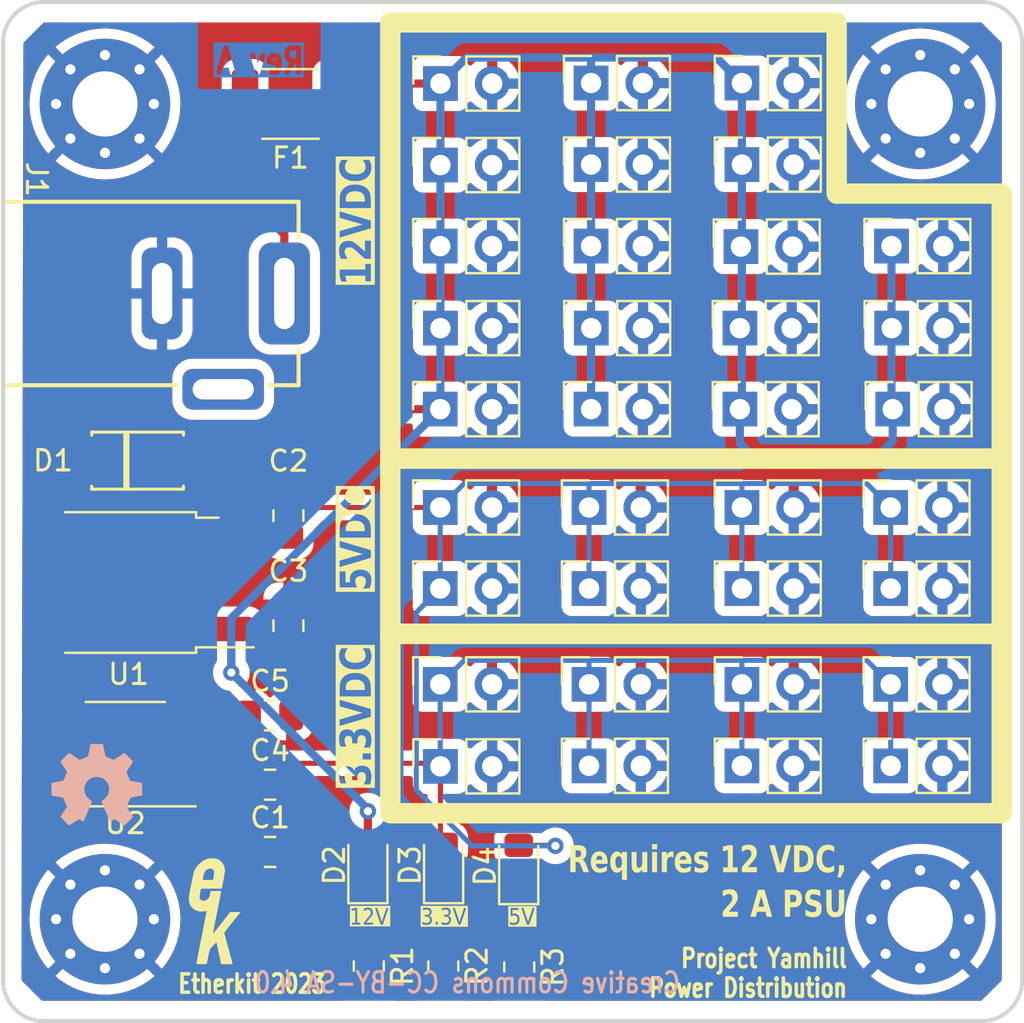
<source format=kicad_pcb>
(kicad_pcb (version 20221018) (generator pcbnew)
  (title_block (title "Project Yamhill") (rev "A") (company "Etherkit"))
  (layers (0 "F.Cu" signal) (31 "B.Cu" signal) (34 "B.Paste" user) (35 "F.Paste" user) (36 "B.SilkS" user "B.Silkscreen") (37 "F.SilkS" user "F.Silkscreen") (38 "B.Mask" user) (39 "F.Mask" user) (44 "Edge.Cuts" user))
  (net 0 "")
  (net 1 "Net-(D1-K)")
  (net 2 "GND")
  (net 3 "Net-(U2-BP)")
  (net 4 "Net-(F1-Pad2)")
  (net 6 "Net-(D4-A)")
  (net 7 "Net-(D3-A)")
  (net 8 "Net-(D2-K)")
  (net 9 "Net-(D3-K)")
  (net 10 "Net-(D4-K)")
  (footprint "MountingHole:MountingHole_3.2mm_M3_Pad_Via" (layer "F.Cu") (at 105 95)
    (fp_text reference "H3" hide)
    (fp_text value "MountingHole_Pad" hide)
    (pad "1" thru_hole circle (at -2.4 0) (size 0.8 0.8) (drill 0.5) (layers "*.Cu" "*.Mask") (net 2 "GND"))
    (pad "1" thru_hole circle (at -1.697056 -1.697056) (size 0.8 0.8) (drill 0.5) (layers "*.Cu" "*.Mask") (net 2 "GND"))
    (pad "1" thru_hole circle (at -1.697056 1.697056) (size 0.8 0.8) (drill 0.5) (layers "*.Cu" "*.Mask") (net 2 "GND"))
    (pad "1" thru_hole circle (at 0 -2.4) (size 0.8 0.8) (drill 0.5) (layers "*.Cu" "*.Mask") (net 2 "GND"))
    (pad "1" thru_hole circle (at 0 0) (size 6.4 6.4) (drill 3.2) (layers "*.Cu" "*.Mask") (net 2 "GND"))
    (pad "1" thru_hole circle (at 0 2.4) (size 0.8 0.8) (drill 0.5) (layers "*.Cu" "*.Mask") (net 2 "GND"))
    (pad "1" thru_hole circle (at 1.697056 -1.697056) (size 0.8 0.8) (drill 0.5) (layers "*.Cu" "*.Mask") (net 2 "GND"))
    (pad "1" thru_hole circle (at 1.697056 1.697056) (size 0.8 0.8) (drill 0.5) (layers "*.Cu" "*.Mask") (net 2 "GND"))
    (pad "1" thru_hole circle (at 2.4 0) (size 0.8 0.8) (drill 0.5) (layers "*.Cu" "*.Mask") (net 2 "GND"))
  )
  (footprint "Connector_PinSocket_2.54mm:PinSocket_1x02_P2.54mm_Vertical" (layer "F.Cu") (at 128.86 66 90)
    (fp_text reference "J33" hide)
    (fp_text value "12VDC")
    (pad "1" thru_hole rect (at 0 0 90) (size 1.7 1.7) (drill 1) (layers "*.Cu" "*.Mask") (net 1 "Net-(D1-K)"))
    (pad "2" thru_hole oval (at 0 2.54 90) (size 1.7 1.7) (drill 1) (layers "*.Cu" "*.Mask") (net 2 "GND"))
  )
  (footprint "LED_SMD:LED_0805_2012Metric_Pad1.15x1.40mm_HandSolder" (layer "F.Cu") (at 121.615 92.355 90)
    (fp_text reference "D3" (at 0 -1.65 90) (layer "F.SilkS"))
    (fp_text value "LED")
    (pad "1" smd roundrect (at -1.025 0 90) (size 1.15 1.4) (layers "F.Cu" "F.Paste" "F.Mask") (roundrect_rratio 0.217391) (net 9 "Net-(D3-K)"))
    (pad "2" smd roundrect (at 1.025 0 90) (size 1.15 1.4) (layers "F.Cu" "F.Paste" "F.Mask") (roundrect_rratio 0.217391) (net 7 "Net-(D3-A)"))
  )
  (footprint "Connector_PinSocket_2.54mm:PinSocket_1x02_P2.54mm_Vertical" (layer "F.Cu") (at 136.25 53.975 90)
    (fp_text reference "J14" hide)
    (fp_text value "12VDC")
    (pad "1" thru_hole rect (at 0 0 90) (size 1.7 1.7) (drill 1) (layers "*.Cu" "*.Mask") (net 1 "Net-(D1-K)"))
    (pad "2" thru_hole oval (at 0 2.54 90) (size 1.7 1.7) (drill 1) (layers "*.Cu" "*.Mask") (net 2 "GND"))
  )
  (footprint "Connector_PinSocket_2.54mm:PinSocket_1x02_P2.54mm_Vertical" (layer "F.Cu") (at 143.55 74.8 90)
    (fp_text reference "J5" hide)
    (fp_text value "5VDC")
    (pad "1" thru_hole rect (at 0 0 90) (size 1.7 1.7) (drill 1) (layers "*.Cu" "*.Mask") (net 6 "Net-(D4-A)"))
    (pad "2" thru_hole oval (at 0 2.54 90) (size 1.7 1.7) (drill 1) (layers "*.Cu" "*.Mask") (net 2 "GND"))
  )
  (footprint "Connector_PinSocket_2.54mm:PinSocket_1x02_P2.54mm_Vertical" (layer "F.Cu") (at 143.55 78.775 90)
    (fp_text reference "J9" hide)
    (fp_text value "5VDC")
    (pad "1" thru_hole rect (at 0 0 90) (size 1.7 1.7) (drill 1) (layers "*.Cu" "*.Mask") (net 6 "Net-(D4-A)"))
    (pad "2" thru_hole oval (at 0 2.54 90) (size 1.7 1.7) (drill 1) (layers "*.Cu" "*.Mask") (net 2 "GND"))
  )
  (footprint "Connector_PinSocket_2.54mm:PinSocket_1x02_P2.54mm_Vertical" (layer "F.Cu") (at 128.85 53.975 90)
    (fp_text reference "J13" hide)
    (fp_text value "12VDC")
    (pad "1" thru_hole rect (at 0 0 90) (size 1.7 1.7) (drill 1) (layers "*.Cu" "*.Mask") (net 1 "Net-(D1-K)"))
    (pad "2" thru_hole oval (at 0 2.54 90) (size 1.7 1.7) (drill 1) (layers "*.Cu" "*.Mask") (net 2 "GND"))
  )
  (footprint "Connector_PinSocket_2.54mm:PinSocket_1x02_P2.54mm_Vertical" (layer "F.Cu") (at 121.45 74.8 90)
    (fp_text reference "J2" hide)
    (fp_text value "5VDC")
    (pad "1" thru_hole rect (at 0 0 90) (size 1.7 1.7) (drill 1) (layers "*.Cu" "*.Mask") (net 6 "Net-(D4-A)"))
    (pad "2" thru_hole oval (at 0 2.54 90) (size 1.7 1.7) (drill 1) (layers "*.Cu" "*.Mask") (net 2 "GND"))
  )
  (footprint "MountingHole:MountingHole_3.2mm_M3_Pad_Via" (layer "F.Cu") (at 145 55)
    (fp_text reference "H2" hide)
    (fp_text value "MountingHole_Pad" hide)
    (pad "1" thru_hole circle (at -2.4 0) (size 0.8 0.8) (drill 0.5) (layers "*.Cu" "*.Mask") (net 2 "GND"))
    (pad "1" thru_hole circle (at -1.697056 -1.697056) (size 0.8 0.8) (drill 0.5) (layers "*.Cu" "*.Mask") (net 2 "GND"))
    (pad "1" thru_hole circle (at -1.697056 1.697056) (size 0.8 0.8) (drill 0.5) (layers "*.Cu" "*.Mask") (net 2 "GND"))
    (pad "1" thru_hole circle (at 0 -2.4) (size 0.8 0.8) (drill 0.5) (layers "*.Cu" "*.Mask") (net 2 "GND"))
    (pad "1" thru_hole circle (at 0 0) (size 6.4 6.4) (drill 3.2) (layers "*.Cu" "*.Mask") (net 2 "GND"))
    (pad "1" thru_hole circle (at 0 2.4) (size 0.8 0.8) (drill 0.5) (layers "*.Cu" "*.Mask") (net 2 "GND"))
    (pad "1" thru_hole circle (at 1.697056 -1.697056) (size 0.8 0.8) (drill 0.5) (layers "*.Cu" "*.Mask") (net 2 "GND"))
    (pad "1" thru_hole circle (at 1.697056 1.697056) (size 0.8 0.8) (drill 0.5) (layers "*.Cu" "*.Mask") (net 2 "GND"))
    (pad "1" thru_hole circle (at 2.4 0) (size 0.8 0.8) (drill 0.5) (layers "*.Cu" "*.Mask") (net 2 "GND"))
  )
  (footprint "Connector_PinSocket_2.54mm:PinSocket_1x02_P2.54mm_Vertical" (layer "F.Cu") (at 128.75 87.475 90)
    (fp_text reference "J22" hide)
    (fp_text value "3.3VDC")
    (pad "1" thru_hole rect (at 0 0 90) (size 1.7 1.7) (drill 1) (layers "*.Cu" "*.Mask") (net 7 "Net-(D3-A)"))
    (pad "2" thru_hole oval (at 0 2.54 90) (size 1.7 1.7) (drill 1) (layers "*.Cu" "*.Mask") (net 2 "GND"))
  )
  (footprint "Connector_PinSocket_2.54mm:PinSocket_1x02_P2.54mm_Vertical" (layer "F.Cu") (at 143.55 83.475 90)
    (fp_text reference "J24" hide)
    (fp_text value "3.3VDC")
    (pad "1" thru_hole rect (at 0 0 90) (size 1.7 1.7) (drill 1) (layers "*.Cu" "*.Mask") (net 7 "Net-(D3-A)"))
    (pad "2" thru_hole oval (at 0 2.54 90) (size 1.7 1.7) (drill 1) (layers "*.Cu" "*.Mask") (net 2 "GND"))
  )
  (footprint "Connector_PinSocket_2.54mm:PinSocket_1x02_P2.54mm_Vertical" (layer "F.Cu") (at 128.75 74.8 90)
    (fp_text reference "J3" hide)
    (fp_text value "5VDC")
    (pad "1" thru_hole rect (at 0 0 90) (size 1.7 1.7) (drill 1) (layers "*.Cu" "*.Mask") (net 6 "Net-(D4-A)"))
    (pad "2" thru_hole oval (at 0 2.54 90) (size 1.7 1.7) (drill 1) (layers "*.Cu" "*.Mask") (net 2 "GND"))
  )
  (footprint "Connector_PinSocket_2.54mm:PinSocket_1x02_P2.54mm_Vertical" (layer "F.Cu") (at 121.45 69.975 90)
    (fp_text reference "J26" hide)
    (fp_text value "12VDC")
    (pad "1" thru_hole rect (at 0 0 90) (size 1.7 1.7) (drill 1) (layers "*.Cu" "*.Mask") (net 1 "Net-(D1-K)"))
    (pad "2" thru_hole oval (at 0 2.54 90) (size 1.7 1.7) (drill 1) (layers "*.Cu" "*.Mask") (net 2 "GND"))
  )
  (footprint "Connector_PinSocket_2.54mm:PinSocket_1x02_P2.54mm_Vertical" (layer "F.Cu") (at 136.25 57.975 90)
    (fp_text reference "J17" hide)
    (fp_text value "12VDC")
    (pad "1" thru_hole rect (at 0 0 90) (size 1.7 1.7) (drill 1) (layers "*.Cu" "*.Mask") (net 1 "Net-(D1-K)"))
    (pad "2" thru_hole oval (at 0 2.54 90) (size 1.7 1.7) (drill 1) (layers "*.Cu" "*.Mask") (net 2 "GND"))
  )
  (footprint "Connector_PinSocket_2.54mm:PinSocket_1x02_P2.54mm_Vertical" (layer "F.Cu") (at 136.25 74.8 90)
    (fp_text reference "J4" hide)
    (fp_text value "5VDC")
    (pad "1" thru_hole rect (at 0 0 90) (size 1.7 1.7) (drill 1) (layers "*.Cu" "*.Mask") (net 6 "Net-(D4-A)"))
    (pad "2" thru_hole oval (at 0 2.54 90) (size 1.7 1.7) (drill 1) (layers "*.Cu" "*.Mask") (net 2 "GND"))
  )
  (footprint "Connector_PinSocket_2.54mm:PinSocket_1x02_P2.54mm_Vertical" (layer "F.Cu") (at 143.65 69.975 90)
    (fp_text reference "J29" hide)
    (fp_text value "12VDC")
    (pad "1" thru_hole rect (at 0 0 90) (size 1.7 1.7) (drill 1) (layers "*.Cu" "*.Mask") (net 1 "Net-(D1-K)"))
    (pad "2" thru_hole oval (at 0 2.54 90) (size 1.7 1.7) (drill 1) (layers "*.Cu" "*.Mask") (net 2 "GND"))
  )
  (footprint "Connector_PinSocket_2.54mm:PinSocket_1x02_P2.54mm_Vertical" (layer "F.Cu") (at 121.45 78.775 90)
    (fp_text reference "J6" hide)
    (fp_text value "5VDC")
    (pad "1" thru_hole rect (at 0 0 90) (size 1.7 1.7) (drill 1) (layers "*.Cu" "*.Mask") (net 6 "Net-(D4-A)"))
    (pad "2" thru_hole oval (at 0 2.54 90) (size 1.7 1.7) (drill 1) (layers "*.Cu" "*.Mask") (net 2 "GND"))
  )
  (footprint "Connector_PinSocket_2.54mm:PinSocket_1x02_P2.54mm_Vertical" (layer "F.Cu") (at 128.85 57.975 90)
    (fp_text reference "J16" hide)
    (fp_text value "12VDC")
    (pad "1" thru_hole rect (at 0 0 90) (size 1.7 1.7) (drill 1) (layers "*.Cu" "*.Mask") (net 1 "Net-(D1-K)"))
    (pad "2" thru_hole oval (at 0 2.54 90) (size 1.7 1.7) (drill 1) (layers "*.Cu" "*.Mask") (net 2 "GND"))
  )
  (footprint "Connector_PinSocket_2.54mm:PinSocket_1x02_P2.54mm_Vertical" (layer "F.Cu") (at 143.55 87.475 90)
    (fp_text reference "J20" hide)
    (fp_text value "3.3VDC")
    (pad "1" thru_hole rect (at 0 0 90) (size 1.7 1.7) (drill 1) (layers "*.Cu" "*.Mask") (net 7 "Net-(D3-A)"))
    (pad "2" thru_hole oval (at 0 2.54 90) (size 1.7 1.7) (drill 1) (layers "*.Cu" "*.Mask") (net 2 "GND"))
  )
  (footprint "LED_SMD:LED_0805_2012Metric_Pad1.15x1.40mm_HandSolder" (layer "F.Cu") (at 117.9 92.355 90)
    (fp_text reference "D2" (at 0 -1.65 90) (layer "F.SilkS"))
    (fp_text value "LED")
    (pad "1" smd roundrect (at -1.025 0 90) (size 1.15 1.4) (layers "F.Cu" "F.Paste" "F.Mask") (roundrect_rratio 0.217391) (net 8 "Net-(D2-K)"))
    (pad "2" smd roundrect (at 1.025 0 90) (size 1.15 1.4) (layers "F.Cu" "F.Paste" "F.Mask") (roundrect_rratio 0.217391) (net 1 "Net-(D1-K)"))
  )
  (footprint "Capacitor_SMD:C_0805_2012Metric_Pad1.18x1.45mm_HandSolder" (layer "F.Cu") (at 114 80.6 90)
    (fp_text reference "C3" (at 2.68 0 180) (layer "F.SilkS"))
    (fp_text value "1u")
    (pad "1" smd roundrect (at -1.0375 0 90) (size 1.175 1.45) (layers "F.Cu" "F.Paste" "F.Mask") (roundrect_rratio 0.212766) (net 1 "Net-(D1-K)"))
    (pad "2" smd roundrect (at 1.0375 0 90) (size 1.175 1.45) (layers "F.Cu" "F.Paste" "F.Mask") (roundrect_rratio 0.212766) (net 2 "GND"))
  )
  (footprint "Capacitor_SMD:C_0805_2012Metric_Pad1.18x1.45mm_HandSolder" (layer "F.Cu") (at 113.1 88.4)
    (fp_text reference "C4" (at 0 -1.68) (layer "F.SilkS"))
    (fp_text value "2.2u")
    (pad "1" smd roundrect (at -1.0375 0) (size 1.175 1.45) (layers "F.Cu" "F.Paste" "F.Mask") (roundrect_rratio 0.212766) (net 7 "Net-(D3-A)"))
    (pad "2" smd roundrect (at 1.0375 0) (size 1.175 1.45) (layers "F.Cu" "F.Paste" "F.Mask") (roundrect_rratio 0.212766) (net 2 "GND"))
  )
  (footprint "Connector_PinSocket_2.54mm:PinSocket_1x02_P2.54mm_Vertical" (layer "F.Cu") (at 136.25 78.775 90)
    (fp_text reference "J8" hide)
    (fp_text value "5VDC")
    (pad "1" thru_hole rect (at 0 0 90) (size 1.7 1.7) (drill 1) (layers "*.Cu" "*.Mask") (net 6 "Net-(D4-A)"))
    (pad "2" thru_hole oval (at 0 2.54 90) (size 1.7 1.7) (drill 1) (layers "*.Cu" "*.Mask") (net 2 "GND"))
  )
  (footprint "Connector_PinSocket_2.54mm:PinSocket_1x02_P2.54mm_Vertical" (layer "F.Cu") (at 121.45 61.975 90)
    (fp_text reference "J10" hide)
    (fp_text value "12VDC")
    (pad "1" thru_hole rect (at 0 0 90) (size 1.7 1.7) (drill 1) (layers "*.Cu" "*.Mask") (net 1 "Net-(D1-K)"))
    (pad "2" thru_hole oval (at 0 2.54 90) (size 1.7 1.7) (drill 1) (layers "*.Cu" "*.Mask") (net 2 "GND"))
  )
  (footprint "EtherkitKicadLibrary:DO-214AC" (layer "F.Cu") (at 106.6 72.5 -90)
    (fp_text reference "D1" (at 0 4.15) (layer "F.SilkS"))
    (fp_text value "SK56A-LTP" hide)
    (pad "1" smd rect (at 0 -2.05 270) (size 2.2 1.8) (layers "F.Cu" "F.Paste" "F.Mask") (net 1 "Net-(D1-K)"))
    (pad "2" smd rect (at 0 2.05 270) (size 2.2 1.8) (layers "F.Cu" "F.Paste" "F.Mask") (net 2 "GND"))
  )
  (footprint "MountingHole:MountingHole_3.2mm_M3_Pad_Via" (layer "F.Cu") (at 145 95)
    (fp_text reference "H4" hide)
    (fp_text value "MountingHole_Pad" hide)
    (pad "1" thru_hole circle (at -2.4 0) (size 0.8 0.8) (drill 0.5) (layers "*.Cu" "*.Mask") (net 2 "GND"))
    (pad "1" thru_hole circle (at -1.697056 -1.697056) (size 0.8 0.8) (drill 0.5) (layers "*.Cu" "*.Mask") (net 2 "GND"))
    (pad "1" thru_hole circle (at -1.697056 1.697056) (size 0.8 0.8) (drill 0.5) (layers "*.Cu" "*.Mask") (net 2 "GND"))
    (pad "1" thru_hole circle (at 0 -2.4) (size 0.8 0.8) (drill 0.5) (layers "*.Cu" "*.Mask") (net 2 "GND"))
    (pad "1" thru_hole circle (at 0 0) (size 6.4 6.4) (drill 3.2) (layers "*.Cu" "*.Mask") (net 2 "GND"))
    (pad "1" thru_hole circle (at 0 2.4) (size 0.8 0.8) (drill 0.5) (layers "*.Cu" "*.Mask") (net 2 "GND"))
    (pad "1" thru_hole circle (at 1.697056 -1.697056) (size 0.8 0.8) (drill 0.5) (layers "*.Cu" "*.Mask") (net 2 "GND"))
    (pad "1" thru_hole circle (at 1.697056 1.697056) (size 0.8 0.8) (drill 0.5) (layers "*.Cu" "*.Mask") (net 2 "GND"))
    (pad "1" thru_hole circle (at 2.4 0) (size 0.8 0.8) (drill 0.5) (layers "*.Cu" "*.Mask") (net 2 "GND"))
  )
  (footprint "Package_SO:SOIC-8_3.9x4.9mm_P1.27mm" (layer "F.Cu") (at 106 86.9 180)
    (fp_text reference "U2" (at 0 -3.4) (layer "F.SilkS"))
    (fp_text value "AP2213-3.3" hide)
    (pad "1" smd roundrect (at -2.475 -1.905 180) (size 1.95 0.6) (layers "F.Cu" "F.Paste" "F.Mask") (net 1 "Net-(D1-K)"))
    (pad "2" smd roundrect (at -2.475 -0.635 180) (size 1.95 0.6) (layers "F.Cu" "F.Paste" "F.Mask") (net 1 "Net-(D1-K)"))
    (pad "3" smd roundrect (at -2.475 0.635 180) (size 1.95 0.6) (layers "F.Cu" "F.Paste" "F.Mask") (net 7 "Net-(D3-A)"))
    (pad "4" smd roundrect (at -2.475 1.905 180) (size 1.95 0.6) (layers "F.Cu" "F.Paste" "F.Mask") (net 3 "Net-(U2-BP)"))
    (pad "5" smd roundrect (at 2.475 1.905 180) (size 1.95 0.6) (layers "F.Cu" "F.Paste" "F.Mask") (net 2 "GND"))
    (pad "6" smd roundrect (at 2.475 0.635 180) (size 1.95 0.6) (layers "F.Cu" "F.Paste" "F.Mask") (net 2 "GND"))
    (pad "7" smd roundrect (at 2.475 -0.635 180) (size 1.95 0.6) (layers "F.Cu" "F.Paste" "F.Mask") (net 2 "GND"))
    (pad "8" smd roundrect (at 2.475 -1.905 180) (size 1.95 0.6) (layers "F.Cu" "F.Paste" "F.Mask") (net 2 "GND"))
  )
  (footprint "Connector_PinSocket_2.54mm:PinSocket_1x02_P2.54mm_Vertical" (layer "F.Cu") (at 128.85 61.975 90)
    (fp_text reference "J11" hide)
    (fp_text value "12VDC")
    (pad "1" thru_hole rect (at 0 0 90) (size 1.7 1.7) (drill 1) (layers "*.Cu" "*.Mask") (net 1 "Net-(D1-K)"))
    (pad "2" thru_hole oval (at 0 2.54 90) (size 1.7 1.7) (drill 1) (layers "*.Cu" "*.Mask") (net 2 "GND"))
  )
  (footprint "Capacitor_SMD:C_0805_2012Metric_Pad1.18x1.45mm_HandSolder" (layer "F.Cu") (at 113.1 85)
    (fp_text reference "C5" (at 0 -1.68) (layer "F.SilkS"))
    (fp_text value "100p")
    (pad "1" smd roundrect (at -1.0375 0) (size 1.175 1.45) (layers "F.Cu" "F.Paste" "F.Mask") (roundrect_rratio 0.212766) (net 3 "Net-(U2-BP)"))
    (pad "2" smd roundrect (at 1.0375 0) (size 1.175 1.45) (layers "F.Cu" "F.Paste" "F.Mask") (roundrect_rratio 0.212766) (net 2 "GND"))
  )
  (footprint "Resistor_SMD:R_0805_2012Metric_Pad1.20x1.40mm_HandSolder" (layer "F.Cu") (at 121.6 97.3 -90)
    (fp_text reference "R2" (at 0 -1.65 90) (layer "F.SilkS"))
    (fp_text value "660")
    (pad "1" smd roundrect (at -1 0 270) (size 1.2 1.4) (layers "F.Cu" "F.Paste" "F.Mask") (roundrect_rratio 0.208333) (net 9 "Net-(D3-K)"))
    (pad "2" smd roundrect (at 1 0 270) (size 1.2 1.4) (layers "F.Cu" "F.Paste" "F.Mask") (roundrect_rratio 0.208333) (net 2 "GND"))
  )
  (footprint "Connector_PinSocket_2.54mm:PinSocket_1x02_P2.54mm_Vertical" (layer "F.Cu") (at 136.25 87.475 90)
    (fp_text reference "J21" hide)
    (fp_text value "3.3VDC")
    (pad "1" thru_hole rect (at 0 0 90) (size 1.7 1.7) (drill 1) (layers "*.Cu" "*.Mask") (net 7 "Net-(D3-A)"))
    (pad "2" thru_hole oval (at 0 2.54 90) (size 1.7 1.7) (drill 1) (layers "*.Cu" "*.Mask") (net 2 "GND"))
  )
  (footprint "Connector_PinSocket_2.54mm:PinSocket_1x02_P2.54mm_Vertical" (layer "F.Cu") (at 136.15 69.975 90)
    (fp_text reference "J28" hide)
    (fp_text value "12VDC")
    (pad "1" thru_hole rect (at 0 0 90) (size 1.7 1.7) (drill 1) (layers "*.Cu" "*.Mask") (net 1 "Net-(D1-K)"))
    (pad "2" thru_hole oval (at 0 2.54 90) (size 1.7 1.7) (drill 1) (layers "*.Cu" "*.Mask") (net 2 "GND"))
  )
  (footprint "Capacitor_SMD:C_0805_2012Metric_Pad1.18x1.45mm_HandSolder" (layer "F.Cu") (at 113.1 91.7)
    (fp_text reference "C1" (at 0 -1.68) (layer "F.SilkS"))
    (fp_text value "33n")
    (pad "1" smd roundrect (at -1.0375 0) (size 1.175 1.45) (layers "F.Cu" "F.Paste" "F.Mask") (roundrect_rratio 0.212766) (net 1 "Net-(D1-K)"))
    (pad "2" smd roundrect (at 1.0375 0) (size 1.175 1.45) (layers "F.Cu" "F.Paste" "F.Mask") (roundrect_rratio 0.212766) (net 2 "GND"))
  )
  (footprint "Connector_PinSocket_2.54mm:PinSocket_1x02_P2.54mm_Vertical" (layer "F.Cu") (at 128.75 78.775 90)
    (fp_text reference "J7" hide)
    (fp_text value "5VDC")
    (pad "1" thru_hole rect (at 0 0 90) (size 1.7 1.7) (drill 1) (layers "*.Cu" "*.Mask") (net 6 "Net-(D4-A)"))
    (pad "2" thru_hole oval (at 0 2.54 90) (size 1.7 1.7) (drill 1) (layers "*.Cu" "*.Mask") (net 2 "GND"))
  )
  (footprint "MountingHole:MountingHole_3.2mm_M3_Pad_Via" (layer "F.Cu") (at 105 55)
    (fp_text reference "H1" hide)
    (fp_text value "MountingHole_Pad" hide)
    (pad "1" thru_hole circle (at -2.4 0) (size 0.8 0.8) (drill 0.5) (layers "*.Cu" "*.Mask") (net 2 "GND"))
    (pad "1" thru_hole circle (at -1.697056 -1.697056) (size 0.8 0.8) (drill 0.5) (layers "*.Cu" "*.Mask") (net 2 "GND"))
    (pad "1" thru_hole circle (at -1.697056 1.697056) (size 0.8 0.8) (drill 0.5) (layers "*.Cu" "*.Mask") (net 2 "GND"))
    (pad "1" thru_hole circle (at 0 -2.4) (size 0.8 0.8) (drill 0.5) (layers "*.Cu" "*.Mask") (net 2 "GND"))
    (pad "1" thru_hole circle (at 0 0) (size 6.4 6.4) (drill 3.2) (layers "*.Cu" "*.Mask") (net 2 "GND"))
    (pad "1" thru_hole circle (at 0 2.4) (size 0.8 0.8) (drill 0.5) (layers "*.Cu" "*.Mask") (net 2 "GND"))
    (pad "1" thru_hole circle (at 1.697056 -1.697056) (size 0.8 0.8) (drill 0.5) (layers "*.Cu" "*.Mask") (net 2 "GND"))
    (pad "1" thru_hole circle (at 1.697056 1.697056) (size 0.8 0.8) (drill 0.5) (layers "*.Cu" "*.Mask") (net 2 "GND"))
    (pad "1" thru_hole circle (at 2.4 0) (size 0.8 0.8) (drill 0.5) (layers "*.Cu" "*.Mask") (net 2 "GND"))
  )
  (footprint "Connector_PinSocket_2.54mm:PinSocket_1x02_P2.54mm_Vertical" (layer "F.Cu") (at 136.15 66 90)
    (fp_text reference "J34" hide)
    (fp_text value "12VDC")
    (pad "1" thru_hole rect (at 0 0 90) (size 1.7 1.7) (drill 1) (layers "*.Cu" "*.Mask") (net 1 "Net-(D1-K)"))
    (pad "2" thru_hole oval (at 0 2.54 90) (size 1.7 1.7) (drill 1) (layers "*.Cu" "*.Mask") (net 2 "GND"))
  )
  (footprint "Package_TO_SOT_SMD:TO-252-2" (layer "F.Cu") (at 106.16 78.48 180)
    (fp_text reference "U1" (at 0 -4.5) (layer "F.SilkS"))
    (fp_text value "L78M05CDT-TR" hide)
    (pad "1" smd roundrect (at -5.04 -2.28 180) (size 2.2 1.2) (layers "F.Cu" "F.Paste" "F.Mask") (roundrect_rratio 0.208333) (net 1 "Net-(D1-K)"))
    (pad "2" smd roundrect (at -0.415 -1.525 180) (size 3.05 2.75) (layers "F.Cu" "F.Paste") (roundrect_rratio 0.090909) (net 2 "GND"))
    (pad "2" smd roundrect (at -0.415 1.525 180) (size 3.05 2.75) (layers "F.Cu" "F.Paste") (roundrect_rratio 0.090909) (net 2 "GND"))
    (pad "2" smd roundrect (at 1.26 0 180) (size 6.4 5.8) (layers "F.Cu" "F.Mask") (roundrect_rratio 0.043103) (net 2 "GND"))
    (pad "2" smd roundrect (at 2.935 -1.525 180) (size 3.05 2.75) (layers "F.Cu" "F.Paste") (roundrect_rratio 0.090909) (net 2 "GND"))
    (pad "2" smd roundrect (at 2.935 1.525 180) (size 3.05 2.75) (layers "F.Cu" "F.Paste") (roundrect_rratio 0.090909) (net 2 "GND"))
    (pad "3" smd roundrect (at -5.04 2.28 180) (size 2.2 1.2) (layers "F.Cu" "F.Paste" "F.Mask") (roundrect_rratio 0.208333) (net 6 "Net-(D4-A)"))
  )
  (footprint "Connector_PinSocket_2.54mm:PinSocket_1x02_P2.54mm_Vertical" (layer "F.Cu") (at 143.59 61.975 90)
    (fp_text reference "J31" hide)
    (fp_text value "12VDC")
    (pad "1" thru_hole rect (at 0 0 90) (size 1.7 1.7) (drill 1) (layers "*.Cu" "*.Mask") (net 1 "Net-(D1-K)"))
    (pad "2" thru_hole oval (at 0 2.54 90) (size 1.7 1.7) (drill 1) (layers "*.Cu" "*.Mask") (net 2 "GND"))
  )
  (footprint "EtherkitKicadLibrary:CUI_PJ-202AH" (layer "F.Cu") (at 100.1 64.3 -90)
    (fp_text reference "J1" (at -5.6 -1.55 -90 unlocked) (layer "F.SilkS"))
    (fp_text value "CUI PJ-202AH" hide)
    (pad "1" thru_hole roundrect (at 0 -13.7 270) (size 5 2.5) (drill oval 3.5 1) (layers "*.Cu" "*.Mask") (net 4 "Net-(F1-Pad2)"))
    (pad "2" thru_hole roundrect (at 0 -7.7 270) (size 4.5 2) (drill oval 3 1) (layers "*.Cu" "*.Mask") (net 2 "GND"))
    (pad "3" thru_hole roundrect (at 4.7 -10.7 270) (size 2 4) (drill oval 1 3) (layers "*.Cu" "*.Mask"))
  )
  (footprint "Capacitor_SMD:C_0805_2012Metric_Pad1.18x1.45mm_HandSolder" (layer "F.Cu") (at 114 75.2 90)
    (fp_text reference "C2" (at 2.68 0 180) (layer "F.SilkS"))
    (fp_text value "100n")
    (pad "1" smd roundrect (at -1.0375 0 90) (size 1.175 1.45) (layers "F.Cu" "F.Paste" "F.Mask") (roundrect_rratio 0.212766) (net 6 "Net-(D4-A)"))
    (pad "2" smd roundrect (at 1.0375 0 90) (size 1.175 1.45) (layers "F.Cu" "F.Paste" "F.Mask") (roundrect_rratio 0.212766) (net 2 "GND"))
  )
  (footprint "Resistor_SMD:R_0805_2012Metric_Pad1.20x1.40mm_HandSolder" (layer "F.Cu") (at 117.945 97.3 -90)
    (fp_text reference "R1" (at 0 -1.65 90) (layer "F.SilkS"))
    (fp_text value "2.7k")
    (pad "1" smd roundrect (at -1 0 270) (size 1.2 1.4) (layers "F.Cu" "F.Paste" "F.Mask") (roundrect_rratio 0.208333) (net 8 "Net-(D2-K)"))
    (pad "2" smd roundrect (at 1 0 270) (size 1.2 1.4) (layers "F.Cu" "F.Paste" "F.Mask") (roundrect_rratio 0.208333) (net 2 "GND"))
  )
  (footprint "Connector_PinSocket_2.54mm:PinSocket_1x02_P2.54mm_Vertical" (layer "F.Cu") (at 121.46 87.5 90)
    (fp_text reference "J23" hide)
    (fp_text value "3.3VDC")
    (pad "1" thru_hole rect (at 0 0 90) (size 1.7 1.7) (drill 1) (layers "*.Cu" "*.Mask") (net 7 "Net-(D3-A)"))
    (pad "2" thru_hole oval (at 0 2.54 90) (size 1.7 1.7) (drill 1) (layers "*.Cu" "*.Mask") (net 2 "GND"))
  )
  (footprint "Connector_PinSocket_2.54mm:PinSocket_1x02_P2.54mm_Vertical" (layer "F.Cu") (at 121.46 58 90)
    (fp_text reference "J15" hide)
    (fp_text value "12VDC")
    (pad "1" thru_hole rect (at 0 0 90) (size 1.7 1.7) (drill 1) (layers "*.Cu" "*.Mask") (net 1 "Net-(D1-K)"))
    (pad "2" thru_hole oval (at 0 2.54 90) (size 1.7 1.7) (drill 1) (layers "*.Cu" "*.Mask") (net 2 "GND"))
  )
  (footprint "Connector_PinSocket_2.54mm:PinSocket_1x02_P2.54mm_Vertical" (layer "F.Cu") (at 121.46 54 90)
    (fp_text reference "J12" hide)
    (fp_text value "12VDC")
    (pad "1" thru_hole rect (at 0 0 90) (size 1.7 1.7) (drill 1) (layers "*.Cu" "*.Mask") (net 1 "Net-(D1-K)"))
    (pad "2" thru_hole oval (at 0 2.54 90) (size 1.7 1.7) (drill 1) (layers "*.Cu" "*.Mask") (net 2 "GND"))
  )
  (footprint "Resistor_SMD:R_1812_4532Metric_Pad1.30x3.40mm_HandSolder" (layer "F.Cu") (at 114.1 55 180)
    (fp_text reference "F1" (at 0 -2.65) (layer "F.SilkS"))
    (fp_text value "SMD1812B260TF/16" hide)
    (pad "1" smd roundrect (at -2.225 0 180) (size 1.3 3.4) (layers "F.Cu" "F.Paste" "F.Mask") (roundrect_rratio 0.192308) (net 1 "Net-(D1-K)"))
    (pad "2" smd roundrect (at 2.225 0 180) (size 1.3 3.4) (layers "F.Cu" "F.Paste" "F.Mask") (roundrect_rratio 0.192308) (net 4 "Net-(F1-Pad2)"))
  )
  (footprint "Connector_PinSocket_2.54mm:PinSocket_1x02_P2.54mm_Vertical" (layer "F.Cu") (at 121.45 83.475 90)
    (fp_text reference "J18" hide)
    (fp_text value "3.3VDC")
    (pad "1" thru_hole rect (at 0 0 90) (size 1.7 1.7) (drill 1) (layers "*.Cu" "*.Mask") (net 7 "Net-(D3-A)"))
    (pad "2" thru_hole oval (at 0 2.54 90) (size 1.7 1.7) (drill 1) (layers "*.Cu" "*.Mask") (net 2 "GND"))
  )
  (footprint "LED_SMD:LED_0805_2012Metric_Pad1.15x1.40mm_HandSolder" (layer "F.Cu") (at 125.3 92.4 90)
    (fp_text reference "D4" (at 0 -1.65 90) (layer "F.SilkS"))
    (fp_text value "LED")
    (pad "1" smd roundrect (at -1.025 0 90) (size 1.15 1.4) (layers "F.Cu" "F.Paste" "F.Mask") (roundrect_rratio 0.217391) (net 10 "Net-(D4-K)"))
    (pad "2" smd roundrect (at 1.025 0 90) (size 1.15 1.4) (layers "F.Cu" "F.Paste" "F.Mask") (roundrect_rratio 0.217391) (net 6 "Net-(D4-A)"))
  )
  (footprint "Connector_PinSocket_2.54mm:PinSocket_1x02_P2.54mm_Vertical" (layer "F.Cu") (at 143.6 66 90)
    (fp_text reference "J35" hide)
    (fp_text value "12VDC")
    (pad "1" thru_hole rect (at 0 0 90) (size 1.7 1.7) (drill 1) (layers "*.Cu" "*.Mask") (net 1 "Net-(D1-K)"))
    (pad "2" thru_hole oval (at 0 2.54 90) (size 1.7 1.7) (drill 1) (layers "*.Cu" "*.Mask") (net 2 "GND"))
  )
  (footprint "Connector_PinSocket_2.54mm:PinSocket_1x02_P2.54mm_Vertical" (layer "F.Cu") (at 128.75 83.475 90)
    (fp_text reference "J19" hide)
    (fp_text value "3.3VDC")
    (pad "1" thru_hole rect (at 0 0 90) (size 1.7 1.7) (drill 1) (layers "*.Cu" "*.Mask") (net 7 "Net-(D3-A)"))
    (pad "2" thru_hole oval (at 0 2.54 90) (size 1.7 1.7) (drill 1) (layers "*.Cu" "*.Mask") (net 2 "GND"))
  )
  (footprint "Resistor_SMD:R_0805_2012Metric_Pad1.20x1.40mm_HandSolder" (layer "F.Cu") (at 125.325 97.345 -90)
    (fp_text reference "R3" (at 0 -1.65 90) (layer "F.SilkS"))
    (fp_text value "1k")
    (pad "1" smd roundrect (at -1 0 270) (size 1.2 1.4) (layers "F.Cu" "F.Paste" "F.Mask") (roundrect_rratio 0.208333) (net 10 "Net-(D4-K)"))
    (pad "2" smd roundrect (at 1 0 270) (size 1.2 1.4) (layers "F.Cu" "F.Paste" "F.Mask") (roundrect_rratio 0.208333) (net 2 "GND"))
  )
  (footprint "EtherkitKicadLibrary:EtherkitLogoSmall" (layer "F.Cu") (at 110.4 94.6)
    (fp_text reference "Ref**" hide)
    (fp_text value "Val**" hide)
  )
  (footprint "Connector_PinSocket_2.54mm:PinSocket_1x02_P2.54mm_Vertical" (layer "F.Cu") (at 136.25 83.475 90)
    (fp_text reference "J25" hide)
    (fp_text value "3.3VDC")
    (pad "1" thru_hole rect (at 0 0 90) (size 1.7 1.7) (drill 1) (layers "*.Cu" "*.Mask") (net 7 "Net-(D3-A)"))
    (pad "2" thru_hole oval (at 0 2.54 90) (size 1.7 1.7) (drill 1) (layers "*.Cu" "*.Mask") (net 2 "GND"))
  )
  (footprint "Connector_PinSocket_2.54mm:PinSocket_1x02_P2.54mm_Vertical" (layer "F.Cu") (at 121.46 66 90)
    (fp_text reference "J32" hide)
    (fp_text value "12VDC")
    (pad "1" thru_hole rect (at 0 0 90) (size 1.7 1.7) (drill 1) (layers "*.Cu" "*.Mask") (net 1 "Net-(D1-K)"))
    (pad "2" thru_hole oval (at 0 2.54 90) (size 1.7 1.7) (drill 1) (layers "*.Cu" "*.Mask") (net 2 "GND"))
  )
  (footprint "Connector_PinSocket_2.54mm:PinSocket_1x02_P2.54mm_Vertical" (layer "F.Cu") (at 136.2 62 90)
    (fp_text reference "J30" hide)
    (fp_text value "12VDC")
    (pad "1" thru_hole rect (at 0 0 90) (size 1.7 1.7) (drill 1) (layers "*.Cu" "*.Mask") (net 1 "Net-(D1-K)"))
    (pad "2" thru_hole oval (at 0 2.54 90) (size 1.7 1.7) (drill 1) (layers "*.Cu" "*.Mask") (net 2 "GND"))
  )
  (footprint "Connector_PinSocket_2.54mm:PinSocket_1x02_P2.54mm_Vertical" (layer "F.Cu") (at 128.85 69.975 90)
    (fp_text reference "J27" hide)
    (fp_text value "12VDC")
    (pad "1" thru_hole rect (at 0 0 90) (size 1.7 1.7) (drill 1) (layers "*.Cu" "*.Mask") (net 1 "Net-(D1-K)"))
    (pad "2" thru_hole oval (at 0 2.54 90) (size 1.7 1.7) (drill 1) (layers "*.Cu" "*.Mask") (net 2 "GND"))
  )
  (footprint "EtherkitKicadLibrary:OSHWLogo4mm" (layer "B.Cu") (at 104.6 88.4 180)
    (fp_text reference "G***" hide)
    (fp_text value "LOGO" hide)
  )
  (gr_poly (pts (xy 119 51) (xy 119 72.4) (xy 149 72.4) (xy 149 59.4) (xy 140.9 59.4) (xy 140.9 51)) (stroke (width 1)) (fill none) (layer "F.SilkS"))
  (gr_poly (pts (xy 119 81) (xy 119 89.8) (xy 149 89.8) (xy 149 81)) (stroke (width 1)) (fill none) (layer "F.SilkS"))
  (gr_poly (pts (xy 119 72.4) (xy 119 81) (xy 149 81) (xy 149 72.4)) (stroke (width 1)) (fill none) (layer "F.SilkS"))
  (gr_line (start 148 100) (end 102 100) (stroke (width 0.2)) (layer "Edge.Cuts"))
  (gr_arc (start 102 100) (mid 100.585786 99.414214) (end 100 98) (stroke (width 0.2)) (layer "Edge.Cuts"))
  (gr_arc (start 148 50) (mid 149.414214 50.585786) (end 150 52) (stroke (width 0.2)) (layer "Edge.Cuts"))
  (gr_arc (start 100 52) (mid 100.585786 50.585786) (end 102 50) (stroke (width 0.2)) (layer "Edge.Cuts"))
  (gr_line (start 100 98) (end 100 52) (stroke (width 0.2)) (layer "Edge.Cuts"))
  (gr_line (start 102 50) (end 148 50) (stroke (width 0.2)) (layer "Edge.Cuts"))
  (gr_arc (start 150 98) (mid 149.414214 99.414214) (end 148 100) (stroke (width 0.2)) (layer "Edge.Cuts"))
  (gr_line (start 150 52) (end 150 98) (stroke (width 0.2)) (layer "Edge.Cuts"))
  (gr_text "Rev A" (at 114.9 53.6) (layer "B.Cu" knockout) (effects (font (size 1.2 1) (thickness 0.25) bold) (justify left bottom mirror)))
  (gr_text "Creative Commons CC-BY-SA 4.0" (at 133.3 98.7) (layer "B.SilkS") (effects (font (size 1 0.8)) (justify left bottom mirror)))
  (gr_text "12V" (at 117 95.4) (layer "F.SilkS" knockout) (effects (font (size 0.8 0.7)) (justify left bottom)))
  (gr_text "3.3V" (at 120.5 95.4) (layer "F.SilkS" knockout) (effects (font (size 0.8 0.7)) (justify left bottom)))
  (gr_text "3.3VDC" (at 118.3 88.5 90) (layer "F.SilkS" knockout) (effects (font (size 1.5 1.2)) (justify left bottom)))
  (gr_text "Project Yamhill\nPower Distribution" (at 141.5 98.9) (layer "F.SilkS") (effects (font (size 0.9 0.7) (thickness 0.175) bold) (justify right bottom)))
  (gr_text "Requires 12 VDC,\n2 A PSU\n" (at 141.4 95.1) (layer "F.SilkS") (effects (font (size 1.3 1) (thickness 0.225) bold italic) (justify right bottom)))
  (gr_text "5VDC" (at 118.3 78.9 90) (layer "F.SilkS" knockout) (effects (font (size 1.5 1.2)) (justify left bottom)))
  (gr_text "5V" (at 124.8 95.4) (layer "F.SilkS" knockout) (effects (font (size 0.8 0.7)) (justify left bottom)))
  (gr_text "Etherkit 2023" (at 108.5 98.7) (layer "F.SilkS") (effects (font (size 0.9 0.7) (thickness 0.175) bold) (justify left bottom)))
  (gr_text "12VDC" (at 118.3 63.9 90) (layer "F.SilkS" knockout) (effects (font (size 1.5 1.2)) (justify left bottom)))
  (segment (start 111.2 80.76) (end 110.44 80.76) (width 0.4) (layer "F.Cu") (net 1))
  (segment (start 111.2 80.76) (end 113.1225 80.76) (width 0.4) (layer "F.Cu") (net 1))
  (segment (start 108.44 87.5) (end 108.475 87.535) (width 0.4) (layer "F.Cu") (net 1))
  (segment (start 108.475 87.535) (end 108.475 88.805) (width 0.4) (layer "F.Cu") (net 1))
  (segment (start 117.9 91.33) (end 117.9 89.7) (width 0.4) (layer "F.Cu") (net 1))
  (segment (start 111.37 91.7) (end 108.475 88.805) (width 0.4) (layer "F.Cu") (net 1))
  (segment (start 113.1225 80.76) (end 114 81.6375) (width 0.4) (layer "F.Cu") (net 1))
  (segment (start 108.475 87.535) (end 107.335 87.535) (width 0.4) (layer "F.Cu") (net 1))
  (segment (start 108.65 72.5) (end 112 72.5) (width 0.4) (layer "F.Cu") (net 1))
  (segment (start 114.525 69.975) (end 121.45 69.975) (width 0.4) (layer "F.Cu") (net 1))
  (segment (start 111.2 80.76) (end 111.2 82.9) (width 0.4) (layer "F.Cu") (net 1))
  (segment (start 112.0625 91.7) (end 111.37 91.7) (width 0.4) (layer "F.Cu") (net 1))
  (segment (start 106.2 85) (end 106.2 86.4) (width 0.4) (layer "F.Cu") (net 1))
  (segment (start 110.44 80.76) (end 106.2 85) (width 0.4) (layer "F.Cu") (net 1))
  (segment (start 112 72.5) (end 114.525 69.975) (width 0.4) (layer "F.Cu") (net 1))
  (segment (start 107.335 87.535) (end 106.2 86.4) (width 0.4) (layer "F.Cu") (net 1))
  (segment (start 116.325 55) (end 117.325 54) (width 0.4) (layer "F.Cu") (net 1))
  (segment (start 117.325 54) (end 121.46 54) (width 0.4) (layer "F.Cu") (net 1))
  (via (at 117.9 89.7) (size 0.8) (drill 0.4) (layers "F.Cu" "B.Cu") (net 1))
  (via (at 111.2 82.9) (size 0.8) (drill 0.4) (layers "F.Cu" "B.Cu") (net 1))
  (segment (start 128.85 53.975) (end 128.85 52.775) (width 0.4) (layer "B.Cu") (net 1))
  (segment (start 142.8 72.4) (end 136.9 72.4) (width 0.4) (layer "B.Cu") (net 1))
  (segment (start 111.2 80.225) (end 121.45 69.975) (width 0.4) (layer "B.Cu") (net 1))
  (segment (start 136.15 71.65) (end 136.15 69.975) (width 0.4) (layer "B.Cu") (net 1))
  (segment (start 117.9 89.6) (end 111.2 82.9) (width 0.4) (layer "B.Cu") (net 1))
  (segment (start 143.65 69.975) (end 143.65 71.55) (width 0.4) (layer "B.Cu") (net 1))
  (segment (start 136.9 72.4) (end 136.15 71.65) (width 0.4) (layer "B.Cu") (net 1))
  (segment (start 111.2 82.9) (end 111.2 80.225) (width 0.4) (layer "B.Cu") (net 1))
  (segment (start 121.46 54) (end 122.735 52.725) (width 0.4) (layer "B.Cu") (net 1))
  (segment (start 143.59 61.975) (end 143.59 69.915) (width 0.4) (layer "B.Cu") (net 1))
  (segment (start 128.85 53.975) (end 128.85 69.975) (width 0.4) (layer "B.Cu") (net 1))
  (segment (start 136.25 53.975) (end 136.25 69.875) (width 0.4) (layer "B.Cu") (net 1))
  (segment (start 128.8 52.725) (end 135 52.725) (width 0.4) (layer "B.Cu") (net 1))
  (segment (start 143.65 71.55) (end 142.8 72.4) (width 0.4) (layer "B.Cu") (net 1))
  (segment (start 135 52.725) (end 136.25 53.975) (width 0.4) (layer "B.Cu") (net 1))
  (segment (start 121.46 69.965) (end 121.45 69.975) (width 0.4) (layer "B.Cu") (net 1))
  (segment (start 136.25 69.875) (end 136.15 69.975) (width 0.4) (layer "B.Cu") (net 1))
  (segment (start 121.46 54) (end 121.46 69.965) (width 0.4) (layer "B.Cu") (net 1))
  (segment (start 122.735 52.725) (end 128.8 52.725) (width 0.4) (layer "B.Cu") (net 1))
  (segment (start 117.9 89.7) (end 117.9 89.6) (width 0.4) (layer "B.Cu") (net 1))
  (segment (start 143.59 69.915) (end 143.65 69.975) (width 0.4) (layer "B.Cu") (net 1))
  (segment (start 128.85 52.775) (end 128.8 52.725) (width 0.4) (layer "B.Cu") (net 1))
  (segment (start 112.0575 84.995) (end 112.0625 85) (width 0.25) (layer "F.Cu") (net 3))
  (segment (start 108.475 84.995) (end 112.0575 84.995) (width 0.25) (layer "F.Cu") (net 3))
  (segment (start 113.8 64.3) (end 113.8 61.4) (width 0.4) (layer "F.Cu") (net 4))
  (segment (start 111.875 59.475) (end 111.875 55) (width 0.4) (layer "F.Cu") (net 4))
  (segment (start 113.8 61.4) (end 111.875 59.475) (width 0.4) (layer "F.Cu") (net 4))
  (segment (start 114 76.2375) (end 115.4375 74.8) (width 0.25) (layer "F.Cu") (net 6))
  (segment (start 111.2375 76.2375) (end 111.2 76.2) (width 0.25) (layer "F.Cu") (net 6))
  (segment (start 127.075 91.375) (end 127.1 91.4) (width 0.25) (layer "F.Cu") (net 6))
  (segment (start 115.4375 74.8) (end 121.45 74.8) (width 0.25) (layer "F.Cu") (net 6))
  (segment (start 114 76.2375) (end 111.2375 76.2375) (width 0.25) (layer "F.Cu") (net 6))
  (segment (start 125.3 91.375) (end 127.075 91.375) (width 0.25) (layer "F.Cu") (net 6))
  (via (at 127.1 91.4) (size 0.8) (drill 0.4) (layers "F.Cu" "B.Cu") (net 6))
  (segment (start 128.75 73.675) (end 128.8 73.625) (width 0.25) (layer "B.Cu") (net 6))
  (segment (start 121.45 74.8) (end 122.625 73.625) (width 0.25) (layer "B.Cu") (net 6))
  (segment (start 128.75 74.8) (end 128.75 73.675) (width 0.25) (layer "B.Cu") (net 6))
  (segment (start 136.25 74.8) (end 136.25 78.775) (width 0.25) (layer "B.Cu") (net 6))
  (segment (start 120.275 88.665) (end 120.275 79.95) (width 0.25) (layer "B.Cu") (net 6))
  (segment (start 142.375 73.625) (end 143.55 74.8) (width 0.25) (layer "B.Cu") (net 6))
  (segment (start 136.2 73.625) (end 142.375 73.625) (width 0.25) (layer "B.Cu") (net 6))
  (segment (start 120.275 79.95) (end 121.45 78.775) (width 0.25) (layer "B.Cu") (net 6))
  (segment (start 123.01 91.4) (end 120.275 88.665) (width 0.25) (layer "B.Cu") (net 6))
  (segment (start 128.8 73.625) (end 136.2 73.625) (width 0.25) (layer "B.Cu") (net 6))
  (segment (start 136.25 74.8) (end 136.25 73.675) (width 0.25) (layer "B.Cu") (net 6))
  (segment (start 122.625 73.625) (end 128.8 73.625) (width 0.25) (layer "B.Cu") (net 6))
  (segment (start 121.45 74.8) (end 121.45 78.775) (width 0.25) (layer "B.Cu") (net 6))
  (segment (start 143.55 74.8) (end 143.55 78.775) (width 0.25) (layer "B.Cu") (net 6))
  (segment (start 136.25 73.675) (end 136.2 73.625) (width 0.25) (layer "B.Cu") (net 6))
  (segment (start 127.1 91.4) (end 123.01 91.4) (width 0.25) (layer "B.Cu") (net 6))
  (segment (start 128.75 74.8) (end 128.75 78.775) (width 0.25) (layer "B.Cu") (net 6))
  (segment (start 121.31 87.35) (end 121.46 87.5) (width 0.25) (layer "F.Cu") (net 7))
  (segment (start 112.0625 88.4) (end 113.1125 87.35) (width 0.25) (layer "F.Cu") (net 7))
  (segment (start 121.615 91.33) (end 121.46 91.175) (width 0.25) (layer "F.Cu") (net 7))
  (segment (start 112.0625 88.4) (end 109.9275 86.265) (width 0.25) (layer "F.Cu") (net 7))
  (segment (start 113.1125 87.35) (end 121.31 87.35) (width 0.25) (layer "F.Cu") (net 7))
  (segment (start 121.46 91.175) (end 121.46 87.5) (width 0.25) (layer "F.Cu") (net 7))
  (segment (start 109.9275 86.265) (end 108.475 86.265) (width 0.25) (layer "F.Cu") (net 7))
  (segment (start 128.75 83.475) (end 128.75 87.475) (width 0.25) (layer "B.Cu") (net 7))
  (segment (start 128.8 82.3) (end 136.2 82.3) (width 0.25) (layer "B.Cu") (net 7))
  (segment (start 122.625 82.3) (end 128.8 82.3) (width 0.25) (layer "B.Cu") (net 7))
  (segment (start 121.45 83.475) (end 122.625 82.3) (width 0.25) (layer "B.Cu") (net 7))
  (segment (start 136.25 83.475) (end 136.25 87.475) (width 0.25) (layer "B.Cu") (net 7))
  (segment (start 128.75 83.475) (end 128.75 82.35) (width 0.25) (layer "B.Cu") (net 7))
  (segment (start 121.45 83.475) (end 121.45 87.49) (width 0.25) (layer "B.Cu") (net 7))
  (segment (start 136.2 82.3) (end 142.375 82.3) (width 0.25) (layer "B.Cu") (net 7))
  (segment (start 136.25 83.475) (end 136.25 82.35) (width 0.25) (layer "B.Cu") (net 7))
  (segment (start 143.55 83.475) (end 143.55 87.475) (width 0.25) (layer "B.Cu") (net 7))
  (segment (start 121.45 87.49) (end 121.46 87.5) (width 0.25) (layer "B.Cu") (net 7))
  (segment (start 142.375 82.3) (end 143.55 83.475) (width 0.25) (layer "B.Cu") (net 7))
  (segment (start 136.25 82.35) (end 136.2 82.3) (width 0.25) (layer "B.Cu") (net 7))
  (segment (start 128.75 82.35) (end 128.8 82.3) (width 0.25) (layer "B.Cu") (net 7))
  (segment (start 117.9 96.255) (end 117.945 96.3) (width 0.25) (layer "F.Cu") (net 8))
  (segment (start 117.9 93.38) (end 117.9 96.255) (width 0.25) (layer "F.Cu") (net 8))
  (segment (start 121.615 93.38) (end 121.615 96.285) (width 0.25) (layer "F.Cu") (net 9))
  (segment (start 121.615 96.285) (end 121.6 96.3) (width 0.25) (layer "F.Cu") (net 9))
  (segment (start 125.3 96.32) (end 125.325 96.345) (width 0.25) (layer "F.Cu") (net 10))
  (segment (start 125.3 93.425) (end 125.3 96.32) (width 0.25) (layer "F.Cu") (net 10))
  (zone (net 2) (net_name "GND") (layers "F&B.Cu") (name "Ground Plane") (connect_pads (clearance 0.5)) (min_thickness 0.25) (fill yes (thermal_gap 0.5) (thermal_bridge_width 0.5) (smoothing chamfer) (radius 1) (island_removal_mode 1) (island_area_min 10))
    (polygon (pts (xy 101 51) (xy 149 51) (xy 149 99) (xy 100.9 99)))
  )
)
</source>
